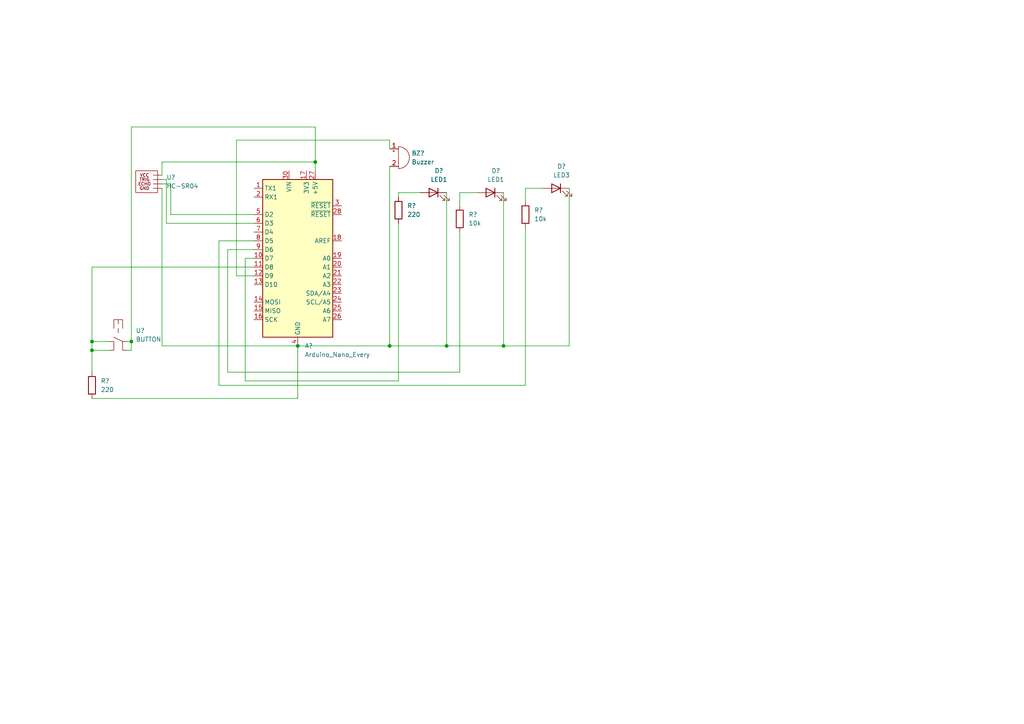
<source format=kicad_sch>
(kicad_sch (version 20211123) (generator eeschema)
  (paper "A4")
  (lib_symbols
    (symbol "Device:Buzzer" (pin_names (offset 0.0254) hide)
      (property "Reference" "BZ" (at 3.81 1.27 0))
      (property "Value" "Buzzer" (at 3.81 -1.27 0))
      (symbol "Buzzer_0_1"
        (arc (start 0 -3.175) (mid 3.175 0) (end 0 3.175))
        (polyline (pts (xy -1.651 1.905) (xy -1.143 1.905)))
        (polyline (pts (xy -1.397 2.159) (xy -1.397 1.651)))
        (polyline (pts (xy 0 3.175) (xy 0 -3.175)))
      )
      (symbol "Buzzer_1_1"
        (pin passive line (at -2.54 2.54 0) (length 2.54) (name "-") (number "1"))
        (pin passive line (at -2.54 -2.54 0) (length 2.54) (name "+") (number "2"))
      )
    )
    (symbol "Device:LED" (pin_numbers hide) (pin_names (offset 1.016) hide)
      (property "Reference" "D" (at 0 2.54 0))
      (property "Value" "LED" (at 0 -2.54 0))
      (symbol "LED_0_1"
        (polyline (pts (xy -1.27 -1.27) (xy -1.27 1.27)) (stroke (width 0.254)))
        (polyline (pts (xy -1.27 0) (xy 1.27 0)))
        (polyline (pts (xy 1.27 -1.27) (xy 1.27 1.27) (xy -1.27 0) (xy 1.27 -1.27)) (stroke (width 0.254)))
        (polyline (pts (xy -3.048 -0.762) (xy -4.572 -2.286) (xy -3.81 -2.286) (xy -4.572 -2.286) (xy -4.572 -1.524)))
        (polyline (pts (xy -1.778 -0.762) (xy -3.302 -2.286) (xy -2.54 -2.286) (xy -3.302 -2.286) (xy -3.302 -1.524)))
      )
      (symbol "LED_1_1"
        (pin passive line (at -3.81 0 0) (length 2.54) (name "K") (number "1"))
        (pin passive line (at 3.81 0 180) (length 2.54) (name "A") (number "2"))
      )
    )
    (symbol "Device:R" (pin_numbers hide) (pin_names (offset 0))
      (property "Reference" "R" (at 2.032 0 90))
      (property "Value" "R" (at 0 0 90))
      (symbol "R_0_1"
        (rectangle (start -1.016 -2.54) (end 1.016 2.54) (stroke (width 0.254)))
      )
      (symbol "R_1_1"
        (pin passive line (at 0 3.81 270) (length 1.27) (name "~") (number "1"))
        (pin passive line (at 0 -3.81 90) (length 1.27) (name "~") (number "2"))
      )
    )
    (symbol "MCU_Module:Arduino_Nano_Every"
      (property "Reference" "A" (at -10.16 23.495 0))
      (property "Value" "Arduino_Nano_Every" (at 5.08 -24.13 0))
      (symbol "Arduino_Nano_Every_0_1"
        (rectangle (start -10.16 22.86) (end 10.16 -22.86) (stroke (width 0.254)) (fill (type background)))
      )
      (symbol "Arduino_Nano_Every_1_1"
        (pin bidirectional line (at -12.7 20.32 0) (length 2.54) (name "TX1") (number "1"))
        (pin bidirectional line (at -12.7 0 0) (length 2.54) (name "D7") (number "10"))
        (pin bidirectional line (at -12.7 -2.54 0) (length 2.54) (name "D8") (number "11"))
        (pin bidirectional line (at -12.7 -5.08 0) (length 2.54) (name "D9") (number "12"))
        (pin bidirectional line (at -12.7 -7.62 0) (length 2.54) (name "D10") (number "13"))
        (pin bidirectional line (at -12.7 -12.7 0) (length 2.54) (name "MOSI") (number "14"))
        (pin bidirectional line (at -12.7 -15.24 0) (length 2.54) (name "MISO") (number "15"))
        (pin bidirectional line (at -12.7 -17.78 0) (length 2.54) (name "SCK") (number "16"))
        (pin power_out line (at 2.54 25.4 270) (length 2.54) (name "3V3") (number "17"))
        (pin input line (at 12.7 5.08 180) (length 2.54) (name "AREF") (number "18"))
        (pin bidirectional line (at 12.7 0 180) (length 2.54) (name "A0") (number "19"))
        (pin bidirectional line (at -12.7 17.78 0) (length 2.54) (name "RX1") (number "2"))
        (pin bidirectional line (at 12.7 -2.54 180) (length 2.54) (name "A1") (number "20"))
        (pin bidirectional line (at 12.7 -5.08 180) (length 2.54) (name "A2") (number "21"))
        (pin bidirectional line (at 12.7 -7.62 180) (length 2.54) (name "A3") (number "22"))
        (pin bidirectional line (at 12.7 -10.16 180) (length 2.54) (name "SDA/A4") (number "23"))
        (pin bidirectional line (at 12.7 -12.7 180) (length 2.54) (name "SCL/A5") (number "24"))
        (pin bidirectional line (at 12.7 -15.24 180) (length 2.54) (name "A6") (number "25"))
        (pin bidirectional line (at 12.7 -17.78 180) (length 2.54) (name "A7") (number "26"))
        (pin power_out line (at 5.08 25.4 270) (length 2.54) (name "+5V") (number "27"))
        (pin input line (at 12.7 12.7 180) (length 2.54) (name "~{RESET}") (number "28"))
        (pin passive line (at 0 -25.4 90) (length 2.54) hide (name "GND") (number "29"))
        (pin input line (at 12.7 15.24 180) (length 2.54) (name "~{RESET}") (number "3"))
        (pin power_in line (at -2.54 25.4 270) (length 2.54) (name "VIN") (number "30"))
        (pin power_in line (at 0 -25.4 90) (length 2.54) (name "GND") (number "4"))
        (pin bidirectional line (at -12.7 12.7 0) (length 2.54) (name "D2") (number "5"))
        (pin bidirectional line (at -12.7 10.16 0) (length 2.54) (name "D3") (number "6"))
        (pin bidirectional line (at -12.7 7.62 0) (length 2.54) (name "D4") (number "7"))
        (pin bidirectional line (at -12.7 5.08 0) (length 2.54) (name "D5") (number "8"))
        (pin bidirectional line (at -12.7 2.54 0) (length 2.54) (name "D6") (number "9"))
      )
    )
    (symbol "Sensor_Distance:HC-SR04"
      (property "Reference" "U" (at 0 0 0))
      (property "Value" "HC-SR04" (at 0 0 0))
      (symbol "HC-SR04_0_0"
        (text "ECHO" (at 10.16 2.54 0) (effects (font (size 0.9 0.9))))
        (text "GND" (at 10.16 3.81 0) (effects (font (size 0.9 0.9))))
        (text "TRIG" (at 10.16 1.27 0) (effects (font (size 0.9 0.9))))
        (text "VCC" (at 10.16 0 0) (effects (font (size 0.9 0.9))))
      )
      (symbol "HC-SR04_0_1"
        (polyline (pts (xy 5.08 0) (xy 7.62 0)))
        (polyline (pts (xy 5.08 1.27) (xy 7.62 1.27)))
        (polyline (pts (xy 5.08 2.54) (xy 7.62 2.54)))
        (polyline (pts (xy 5.08 3.81) (xy 7.62 3.81)))
        (polyline (pts (xy 7.62 0) (xy 7.62 0)))
        (polyline (pts (xy 7.62 1.27) (xy 7.62 1.27)))
        (polyline (pts (xy 7.62 1.27) (xy 7.62 1.27)))
        (polyline (pts (xy 7.62 1.27) (xy 7.62 1.27)))
        (rectangle (start 6.35 5.08) (end 12.7 -1.27))
      )
    )
    (symbol "Switch:BUTTON"
      (property "Reference" "U" (at 0 -2.54 0))
      (property "Value" "BUTTON" (at 0 -2.54 0))
      (symbol "BUTTON_0_1"
        (polyline (pts (xy 0 6.35) (xy 0 5.08)))
        (polyline (pts (xy 0 8.89) (xy 0 7.62)))
        (polyline (pts (xy 1.27 2.54) (xy -1.27 3.81)))
        (polyline (pts (xy 1.27 3.81) (xy 1.27 3.81)))
        (polyline (pts (xy 3.81 6.35) (xy 3.81 6.35)))
        (polyline (pts (xy -2.54 2.54) (xy -1.27 2.54) (xy -1.27 0) (xy -2.54 0)))
        (polyline (pts (xy -1.27 6.35) (xy -1.27 8.89) (xy 1.27 8.89) (xy 1.27 6.35)))
        (polyline (pts (xy 2.54 2.54) (xy 1.27 2.54) (xy 1.27 0) (xy 2.54 0)))
      )
    )
  )
  (junction (at 38.1 99.06))
  (junction (at 113.03 100.33))
  (junction (at 26.67 99.06))
  (junction (at 26.67 101.6))
  (junction (at 146.05 100.33))
  (junction (at 86.36 100.33))
  (junction (at 129.54 100.33))
  (junction (at 91.44 46.99))
  (wire (pts (xy 91.44 46.99) (xy 91.44 49.53)))
  (wire (pts (xy 71.12 74.93) (xy 73.66 74.93)))
  (wire (pts (xy 36.83 101.6) (xy 38.1 101.6)))
  (wire (pts (xy 46.99 54.61) (xy 46.99 100.33)))
  (wire (pts (xy 26.67 99.06) (xy 26.67 101.6)))
  (wire (pts (xy 73.66 77.47) (xy 26.67 77.47)))
  (wire (pts (xy 133.35 107.95) (xy 66.04 107.95)))
  (wire (pts (xy 152.4 58.42) (xy 152.4 54.61)))
  (wire (pts (xy 46.99 53.34) (xy 49.53 53.34)))
  (wire (pts (xy 115.57 110.49) (xy 71.12 110.49)))
  (wire (pts (xy 133.35 67.31) (xy 133.35 107.95)))
  (wire (pts (xy 115.57 57.15) (xy 115.57 55.88)))
  (wire (pts (xy 146.05 55.88) (xy 146.05 100.33)))
  (wire (pts (xy 66.04 107.95) (xy 66.04 72.39)))
  (wire (pts (xy 113.03 40.64) (xy 113.03 43.18)))
  (wire (pts (xy 63.5 69.85) (xy 73.66 69.85)))
  (wire (pts (xy 152.4 54.61) (xy 157.48 54.61)))
  (wire (pts (xy 63.5 111.76) (xy 152.4 111.76)))
  (wire (pts (xy 26.67 99.06) (xy 31.75 99.06)))
  (wire (pts (xy 36.83 99.06) (xy 38.1 99.06)))
  (wire (pts (xy 63.5 111.76) (xy 63.5 69.85)))
  (wire (pts (xy 133.35 55.88) (xy 138.43 55.88)))
  (wire (pts (xy 48.26 64.77) (xy 73.66 64.77)))
  (wire (pts (xy 48.26 52.07) (xy 48.26 64.77)))
  (wire (pts (xy 152.4 66.04) (xy 152.4 111.76)))
  (wire (pts (xy 86.36 115.57) (xy 86.36 100.33)))
  (wire (pts (xy 115.57 64.77) (xy 115.57 110.49)))
  (wire (pts (xy 49.53 53.34) (xy 49.53 62.23)))
  (wire (pts (xy 129.54 55.88) (xy 129.54 100.33)))
  (wire (pts (xy 71.12 110.49) (xy 71.12 74.93)))
  (wire (pts (xy 133.35 59.69) (xy 133.35 55.88)))
  (wire (pts (xy 129.54 100.33) (xy 146.05 100.33)))
  (wire (pts (xy 26.67 115.57) (xy 86.36 115.57)))
  (wire (pts (xy 86.36 100.33) (xy 113.03 100.33)))
  (wire (pts (xy 165.1 54.61) (xy 165.1 100.33)))
  (wire (pts (xy 38.1 101.6) (xy 38.1 99.06)))
  (wire (pts (xy 26.67 101.6) (xy 26.67 107.95)))
  (wire (pts (xy 66.04 72.39) (xy 73.66 72.39)))
  (wire (pts (xy 38.1 99.06) (xy 38.1 36.83)))
  (wire (pts (xy 46.99 50.8) (xy 46.99 46.99)))
  (wire (pts (xy 38.1 36.83) (xy 91.44 36.83)))
  (wire (pts (xy 68.58 80.01) (xy 68.58 40.64)))
  (wire (pts (xy 115.57 55.88) (xy 121.92 55.88)))
  (wire (pts (xy 113.03 48.26) (xy 113.03 100.33)))
  (wire (pts (xy 46.99 52.07) (xy 48.26 52.07)))
  (wire (pts (xy 86.36 100.33) (xy 46.99 100.33)))
  (wire (pts (xy 26.67 101.6) (xy 31.75 101.6)))
  (wire (pts (xy 49.53 62.23) (xy 73.66 62.23)))
  (wire (pts (xy 73.66 80.01) (xy 68.58 80.01)))
  (wire (pts (xy 146.05 100.33) (xy 165.1 100.33)))
  (wire (pts (xy 26.67 77.47) (xy 26.67 99.06)))
  (wire (pts (xy 68.58 40.64) (xy 113.03 40.64)))
  (wire (pts (xy 91.44 36.83) (xy 91.44 46.99)))
  (wire (pts (xy 46.99 46.99) (xy 91.44 46.99)))
  (wire (pts (xy 113.03 100.33) (xy 129.54 100.33)))
  (symbol (lib_id "Device:LED") (at 142.24 55.88 0) (mirror y) (unit 1)
    (property "Reference" "D?" (at 143.8275 49.53 0))
    (property "Value" "LED1" (at 143.8275 52.07 0))
  )
  (symbol (lib_id "Device:LED") (at 161.29 54.61 0) (mirror y) (unit 1)
    (property "Reference" "D?" (at 162.8775 48.26 0))
    (property "Value" "LED3" (at 162.8775 50.8 0))
  )
  (symbol (lib_id "Device:R") (at 152.4 62.23 0) (unit 1)
    (property "Reference" "R?" (at 154.94 60.9599 0) (effects (justify left)))
    (property "Value" "10k" (at 154.94 63.4999 0) (effects (justify left)))
  )
  (symbol (lib_id "MCU_Module:Arduino_Nano_Every") (at 86.36 74.93 0) (unit 1)
    (property "Reference" "A?" (at 88.3794 100.33 0) (effects (justify left)))
    (property "Value" "Arduino_Nano_Every" (at 88.3794 102.87 0) (effects (justify left)))
    (property "Footprint" "Module:Arduino_Nano" (effects hide))
    (property "Datasheet" "https://content.arduino.cc/assets/NANOEveryV3.0_sch.pdf" (effects hide))
  )
  (symbol (lib_id "Device:R") (at 133.35 63.5 0) (unit 1)
    (property "Reference" "R?" (at 135.89 62.2299 0) (effects (justify left)))
    (property "Value" "10k" (at 135.89 64.7699 0) (effects (justify left)))
  )
  (symbol (lib_id "Device:R") (at 115.57 60.96 0) (unit 1)
    (property "Reference" "R?" (at 118.11 59.6899 0) (effects (justify left)))
    (property "Value" "220" (at 118.11 62.2299 0) (effects (justify left)))
  )
  (symbol (lib_id "Device:LED") (at 125.73 55.88 0) (mirror y) (unit 1)
    (property "Reference" "D?" (at 127.3175 49.53 0))
    (property "Value" "LED1" (at 127.3175 52.07 0))
  )
  (symbol (lib_id "Sensor_Distance:HC-SR04") (at 52.07 50.8 180) (unit 1)
    (property "Reference" "U?" (at 48.26 51.4349 0) (effects (justify right)))
    (property "Value" "HC-SR04" (at 48.26 53.9749 0) (effects (justify right)))
  )
  (symbol (lib_id "Switch:BUTTON") (at 34.29 101.6 0) (unit 1)
    (property "Reference" "U?" (at 39.37 95.8849 0) (effects (justify left)))
    (property "Value" "BUTTON" (at 39.37 98.4249 0) (effects (justify left)))
  )
  (symbol (lib_id "Device:R") (at 26.67 111.76 0) (unit 1)
    (property "Reference" "R?" (at 29.21 110.4899 0) (effects (justify left)))
    (property "Value" "220" (at 29.21 113.0299 0) (effects (justify left)))
  )
  (symbol (lib_id "Device:Buzzer") (at 115.57 45.72 0) (unit 1)
    (property "Reference" "BZ?" (at 119.38 44.4499 0) (effects (justify left)))
    (property "Value" "Buzzer " (at 119.38 46.9899 0) (effects (justify left)))
  )
)
</source>
